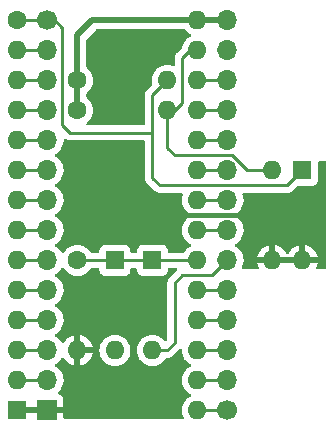
<source format=gbl>
G04 #@! TF.GenerationSoftware,KiCad,Pcbnew,(6.0.0)*
G04 #@! TF.CreationDate,2022-12-17T23:15:49+01:00*
G04 #@! TF.ProjectId,ZXROM-4in1,5a58524f-4d2d-4346-996e-312e6b696361,rev?*
G04 #@! TF.SameCoordinates,Original*
G04 #@! TF.FileFunction,Copper,L2,Bot*
G04 #@! TF.FilePolarity,Positive*
%FSLAX46Y46*%
G04 Gerber Fmt 4.6, Leading zero omitted, Abs format (unit mm)*
G04 Created by KiCad (PCBNEW (6.0.0)) date 2022-12-17 23:15:49*
%MOMM*%
%LPD*%
G01*
G04 APERTURE LIST*
G04 #@! TA.AperFunction,ComponentPad*
%ADD10C,1.700000*%
G04 #@! TD*
G04 #@! TA.AperFunction,ComponentPad*
%ADD11O,1.700000X1.700000*%
G04 #@! TD*
G04 #@! TA.AperFunction,ComponentPad*
%ADD12O,1.600000X1.600000*%
G04 #@! TD*
G04 #@! TA.AperFunction,ComponentPad*
%ADD13R,1.600000X1.600000*%
G04 #@! TD*
G04 #@! TA.AperFunction,ComponentPad*
%ADD14C,1.600000*%
G04 #@! TD*
G04 #@! TA.AperFunction,ComponentPad*
%ADD15R,1.700000X1.700000*%
G04 #@! TD*
G04 #@! TA.AperFunction,ViaPad*
%ADD16C,0.800000*%
G04 #@! TD*
G04 #@! TA.AperFunction,Conductor*
%ADD17C,0.400000*%
G04 #@! TD*
G04 #@! TA.AperFunction,Conductor*
%ADD18C,0.250000*%
G04 #@! TD*
G04 #@! TA.AperFunction,Conductor*
%ADD19C,0.500000*%
G04 #@! TD*
G04 APERTURE END LIST*
D10*
X147320000Y-101600000D03*
D11*
X147320000Y-99060000D03*
X147320000Y-96520000D03*
X147320000Y-93980000D03*
X147320000Y-91440000D03*
X147320000Y-88900000D03*
X147320000Y-86360000D03*
X147320000Y-83820000D03*
X147320000Y-81280000D03*
X147320000Y-78740000D03*
X147320000Y-76200000D03*
X147320000Y-73660000D03*
X147320000Y-71120000D03*
X147320000Y-68580000D03*
D12*
X144780000Y-68580000D03*
X144780000Y-71120000D03*
X144780000Y-73660000D03*
X144780000Y-76200000D03*
X144780000Y-78740000D03*
X144780000Y-81280000D03*
X144780000Y-83820000D03*
X144780000Y-86360000D03*
X144780000Y-88900000D03*
X144780000Y-91440000D03*
X144780000Y-93980000D03*
X144780000Y-96520000D03*
X144780000Y-99060000D03*
X144780000Y-101600000D03*
D13*
X129540000Y-101600000D03*
D12*
X129540000Y-99060000D03*
X129540000Y-96520000D03*
X129540000Y-93980000D03*
X129540000Y-91440000D03*
X129540000Y-88900000D03*
X129540000Y-86360000D03*
X129540000Y-83820000D03*
X129540000Y-81280000D03*
X129540000Y-78740000D03*
X129540000Y-76200000D03*
X129540000Y-73660000D03*
X129540000Y-71120000D03*
D14*
X129540000Y-68580000D03*
X134620000Y-76200000D03*
D12*
X142240000Y-76200000D03*
X142240000Y-73660000D03*
D14*
X134620000Y-73660000D03*
X134620000Y-88900000D03*
D12*
X134620000Y-96520000D03*
X153670000Y-88900000D03*
X151130000Y-88900000D03*
X151130000Y-81280000D03*
D13*
X153670000Y-81280000D03*
D10*
X132080000Y-68580000D03*
D11*
X132080000Y-71120000D03*
X132080000Y-73660000D03*
X132080000Y-76200000D03*
X132080000Y-78740000D03*
X132080000Y-81280000D03*
X132080000Y-83820000D03*
X132080000Y-86360000D03*
X132080000Y-88900000D03*
X132080000Y-91440000D03*
X132080000Y-93980000D03*
X132080000Y-96520000D03*
X132080000Y-99060000D03*
D15*
X132080000Y-101600000D03*
D13*
X140970000Y-88900000D03*
D12*
X140970000Y-96520000D03*
X137795000Y-96520000D03*
D13*
X137795000Y-88900000D03*
D16*
X137795000Y-101600000D03*
X140970000Y-85090000D03*
X134620000Y-85090000D03*
X137795000Y-71120000D03*
X137795000Y-85080000D03*
X152400000Y-85090000D03*
D17*
X134630000Y-85080000D02*
X134620000Y-85090000D01*
X137795000Y-85080000D02*
X134630000Y-85080000D01*
X137795000Y-85080000D02*
X152390000Y-85080000D01*
X152390000Y-85080000D02*
X152400000Y-85090000D01*
D18*
X133985000Y-78105000D02*
X140970000Y-78105000D01*
X133350000Y-77470000D02*
X133985000Y-78105000D01*
X133350000Y-69215000D02*
X133350000Y-77470000D01*
X132715000Y-68580000D02*
X133350000Y-69215000D01*
X140970000Y-78105000D02*
X140970000Y-74930000D01*
X132080000Y-68580000D02*
X132715000Y-68580000D01*
X140970000Y-81915000D02*
X140970000Y-78105000D01*
X140970000Y-74930000D02*
X142240000Y-73660000D01*
X141605000Y-82550000D02*
X140970000Y-81915000D01*
X152400000Y-82550000D02*
X141605000Y-82550000D01*
X153670000Y-81280000D02*
X152400000Y-82550000D01*
X144145000Y-71120000D02*
X144780000Y-71120000D01*
X143510000Y-75565000D02*
X143510000Y-71755000D01*
X143510000Y-71755000D02*
X144145000Y-71120000D01*
X142875000Y-76200000D02*
X143510000Y-75565000D01*
X142240000Y-76200000D02*
X142875000Y-76200000D01*
D19*
X134620000Y-76200000D02*
X134620000Y-73660000D01*
X134620000Y-73660000D02*
X134620000Y-69850000D01*
D18*
X142240000Y-79375000D02*
X142240000Y-76200000D01*
D19*
X135890000Y-68580000D02*
X134620000Y-69850000D01*
X144780000Y-68580000D02*
X135890000Y-68580000D01*
D18*
X142875000Y-95885000D02*
X142875000Y-90805000D01*
X142240000Y-96520000D02*
X142875000Y-95885000D01*
X140970000Y-96520000D02*
X142240000Y-96520000D01*
X137795000Y-88900000D02*
X134620000Y-88900000D01*
X140970000Y-88900000D02*
X137795000Y-88900000D01*
X144780000Y-88900000D02*
X140970000Y-88900000D01*
X146050000Y-90170000D02*
X147320000Y-88900000D01*
X142875000Y-90805000D02*
X143510000Y-90170000D01*
X143510000Y-90170000D02*
X146050000Y-90170000D01*
D19*
X151130000Y-88900000D02*
X153670000Y-88900000D01*
X129540000Y-101600000D02*
X132080000Y-101600000D01*
D18*
X147711010Y-80010000D02*
X142875000Y-80010000D01*
X142875000Y-80010000D02*
X142240000Y-79375000D01*
X148981010Y-81280000D02*
X147711010Y-80010000D01*
X151130000Y-81280000D02*
X148981010Y-81280000D01*
D19*
X147320000Y-68580000D02*
X144780000Y-68580000D01*
D18*
X147320000Y-73660000D02*
X144780000Y-73660000D01*
X147320000Y-76200000D02*
X144780000Y-76200000D01*
X147320000Y-78740000D02*
X144780000Y-78740000D01*
X147320000Y-81280000D02*
X144780000Y-81280000D01*
X147320000Y-83820000D02*
X144780000Y-83820000D01*
X147320000Y-86360000D02*
X144780000Y-86360000D01*
X147320000Y-91440000D02*
X144780000Y-91440000D01*
X147320000Y-93980000D02*
X144780000Y-93980000D01*
X147320000Y-96520000D02*
X144780000Y-96520000D01*
X147320000Y-99060000D02*
X144780000Y-99060000D01*
X147320000Y-101600000D02*
X144780000Y-101600000D01*
X132080000Y-99060000D02*
X129540000Y-99060000D01*
X132080000Y-96520000D02*
X129540000Y-96520000D01*
X132080000Y-93980000D02*
X129540000Y-93980000D01*
X132080000Y-91440000D02*
X129540000Y-91440000D01*
X129540000Y-88900000D02*
X132080000Y-88900000D01*
X132080000Y-86360000D02*
X129540000Y-86360000D01*
X129540000Y-83820000D02*
X132080000Y-83820000D01*
X132080000Y-81280000D02*
X129540000Y-81280000D01*
X132080000Y-78740000D02*
X129540000Y-78740000D01*
X132080000Y-76200000D02*
X129540000Y-76200000D01*
X132080000Y-73660000D02*
X129540000Y-73660000D01*
X132080000Y-71120000D02*
X129540000Y-71120000D01*
X132080000Y-68580000D02*
X129540000Y-68580000D01*
G04 #@! TA.AperFunction,Conductor*
G36*
X133448670Y-89521817D02*
G01*
X133481561Y-89557390D01*
X133482477Y-89556749D01*
X133589078Y-89708990D01*
X133613802Y-89744300D01*
X133775700Y-89906198D01*
X133780208Y-89909355D01*
X133780211Y-89909357D01*
X133820445Y-89937529D01*
X133963251Y-90037523D01*
X133968233Y-90039846D01*
X133968238Y-90039849D01*
X134121068Y-90111114D01*
X134170757Y-90134284D01*
X134176065Y-90135706D01*
X134176067Y-90135707D01*
X134386598Y-90192119D01*
X134386600Y-90192119D01*
X134391913Y-90193543D01*
X134620000Y-90213498D01*
X134848087Y-90193543D01*
X134853400Y-90192119D01*
X134853402Y-90192119D01*
X135063933Y-90135707D01*
X135063935Y-90135706D01*
X135069243Y-90134284D01*
X135118932Y-90111114D01*
X135271762Y-90039849D01*
X135271767Y-90039846D01*
X135276749Y-90037523D01*
X135419555Y-89937529D01*
X135459789Y-89909357D01*
X135459792Y-89909355D01*
X135464300Y-89906198D01*
X135626198Y-89744300D01*
X135629357Y-89739789D01*
X135736181Y-89587229D01*
X135791638Y-89542901D01*
X135839394Y-89533500D01*
X136360500Y-89533500D01*
X136428621Y-89553502D01*
X136475114Y-89607158D01*
X136486500Y-89659500D01*
X136486500Y-89748134D01*
X136493255Y-89810316D01*
X136544385Y-89946705D01*
X136631739Y-90063261D01*
X136748295Y-90150615D01*
X136884684Y-90201745D01*
X136946866Y-90208500D01*
X138643134Y-90208500D01*
X138705316Y-90201745D01*
X138841705Y-90150615D01*
X138958261Y-90063261D01*
X139045615Y-89946705D01*
X139096745Y-89810316D01*
X139103500Y-89748134D01*
X139103500Y-89659500D01*
X139123502Y-89591379D01*
X139177158Y-89544886D01*
X139229500Y-89533500D01*
X139535500Y-89533500D01*
X139603621Y-89553502D01*
X139650114Y-89607158D01*
X139661500Y-89659500D01*
X139661500Y-89748134D01*
X139668255Y-89810316D01*
X139719385Y-89946705D01*
X139806739Y-90063261D01*
X139923295Y-90150615D01*
X140059684Y-90201745D01*
X140121866Y-90208500D01*
X141818134Y-90208500D01*
X141880316Y-90201745D01*
X142016705Y-90150615D01*
X142133261Y-90063261D01*
X142220615Y-89946705D01*
X142271745Y-89810316D01*
X142278500Y-89748134D01*
X142278500Y-89659500D01*
X142298502Y-89591379D01*
X142352158Y-89544886D01*
X142404500Y-89533500D01*
X142946405Y-89533500D01*
X143014526Y-89553502D01*
X143061019Y-89607158D01*
X143071123Y-89677432D01*
X143041629Y-89742012D01*
X143035500Y-89748596D01*
X142482742Y-90301353D01*
X142474463Y-90308887D01*
X142467982Y-90313000D01*
X142461360Y-90320052D01*
X142421357Y-90362651D01*
X142418602Y-90365493D01*
X142398865Y-90385230D01*
X142396385Y-90388427D01*
X142388682Y-90397447D01*
X142358414Y-90429679D01*
X142354595Y-90436625D01*
X142354593Y-90436628D01*
X142348652Y-90447434D01*
X142337801Y-90463953D01*
X142325386Y-90479959D01*
X142322241Y-90487228D01*
X142322238Y-90487232D01*
X142307826Y-90520537D01*
X142302609Y-90531187D01*
X142281305Y-90569940D01*
X142279334Y-90577615D01*
X142279334Y-90577616D01*
X142276267Y-90589562D01*
X142269863Y-90608266D01*
X142261819Y-90626855D01*
X142260580Y-90634678D01*
X142260577Y-90634688D01*
X142254901Y-90670524D01*
X142252495Y-90682144D01*
X142241500Y-90724970D01*
X142241500Y-90745224D01*
X142239949Y-90764934D01*
X142236780Y-90784943D01*
X142237526Y-90792835D01*
X142240941Y-90828961D01*
X142241500Y-90840819D01*
X142241500Y-95570406D01*
X142221498Y-95638527D01*
X142204595Y-95659501D01*
X142169769Y-95694327D01*
X142107457Y-95728353D01*
X142036642Y-95723288D01*
X141984573Y-95683013D01*
X141982892Y-95684424D01*
X141979357Y-95680211D01*
X141976198Y-95675700D01*
X141814300Y-95513802D01*
X141809792Y-95510645D01*
X141809789Y-95510643D01*
X141731611Y-95455902D01*
X141626749Y-95382477D01*
X141621767Y-95380154D01*
X141621762Y-95380151D01*
X141424225Y-95288039D01*
X141424224Y-95288039D01*
X141419243Y-95285716D01*
X141413935Y-95284294D01*
X141413933Y-95284293D01*
X141203402Y-95227881D01*
X141203400Y-95227881D01*
X141198087Y-95226457D01*
X140970000Y-95206502D01*
X140741913Y-95226457D01*
X140736600Y-95227881D01*
X140736598Y-95227881D01*
X140526067Y-95284293D01*
X140526065Y-95284294D01*
X140520757Y-95285716D01*
X140515776Y-95288039D01*
X140515775Y-95288039D01*
X140318238Y-95380151D01*
X140318233Y-95380154D01*
X140313251Y-95382477D01*
X140208389Y-95455902D01*
X140130211Y-95510643D01*
X140130208Y-95510645D01*
X140125700Y-95513802D01*
X139963802Y-95675700D01*
X139960645Y-95680208D01*
X139960643Y-95680211D01*
X139950759Y-95694327D01*
X139832477Y-95863251D01*
X139830154Y-95868233D01*
X139830151Y-95868238D01*
X139738039Y-96065775D01*
X139735716Y-96070757D01*
X139676457Y-96291913D01*
X139656502Y-96520000D01*
X139676457Y-96748087D01*
X139677881Y-96753400D01*
X139677881Y-96753402D01*
X139730934Y-96951395D01*
X139735716Y-96969243D01*
X139738039Y-96974224D01*
X139738039Y-96974225D01*
X139830151Y-97171762D01*
X139830154Y-97171767D01*
X139832477Y-97176749D01*
X139864216Y-97222077D01*
X139939078Y-97328990D01*
X139963802Y-97364300D01*
X140125700Y-97526198D01*
X140130208Y-97529355D01*
X140130211Y-97529357D01*
X140170445Y-97557529D01*
X140313251Y-97657523D01*
X140318233Y-97659846D01*
X140318238Y-97659849D01*
X140471068Y-97731114D01*
X140520757Y-97754284D01*
X140526065Y-97755706D01*
X140526067Y-97755707D01*
X140736598Y-97812119D01*
X140736600Y-97812119D01*
X140741913Y-97813543D01*
X140970000Y-97833498D01*
X141198087Y-97813543D01*
X141203400Y-97812119D01*
X141203402Y-97812119D01*
X141413933Y-97755707D01*
X141413935Y-97755706D01*
X141419243Y-97754284D01*
X141468932Y-97731114D01*
X141621762Y-97659849D01*
X141621767Y-97659846D01*
X141626749Y-97657523D01*
X141769555Y-97557529D01*
X141809789Y-97529357D01*
X141809792Y-97529355D01*
X141814300Y-97526198D01*
X141976198Y-97364300D01*
X141979582Y-97359467D01*
X142084773Y-97209240D01*
X142140230Y-97164912D01*
X142184026Y-97155573D01*
X142244856Y-97153660D01*
X142247986Y-97153562D01*
X142251945Y-97153500D01*
X142279856Y-97153500D01*
X142283791Y-97153003D01*
X142283856Y-97152995D01*
X142295693Y-97152062D01*
X142327951Y-97151048D01*
X142331970Y-97150922D01*
X142339889Y-97150673D01*
X142359343Y-97145021D01*
X142378700Y-97141013D01*
X142390930Y-97139468D01*
X142390931Y-97139468D01*
X142398797Y-97138474D01*
X142406168Y-97135555D01*
X142406170Y-97135555D01*
X142439912Y-97122196D01*
X142451142Y-97118351D01*
X142485983Y-97108229D01*
X142485984Y-97108229D01*
X142493593Y-97106018D01*
X142500412Y-97101985D01*
X142500417Y-97101983D01*
X142511028Y-97095707D01*
X142528776Y-97087012D01*
X142547617Y-97079552D01*
X142583387Y-97053564D01*
X142593307Y-97047048D01*
X142624535Y-97028580D01*
X142624538Y-97028578D01*
X142631362Y-97024542D01*
X142645683Y-97010221D01*
X142660717Y-96997380D01*
X142670694Y-96990131D01*
X142677107Y-96985472D01*
X142705298Y-96951395D01*
X142713288Y-96942616D01*
X143253411Y-96402493D01*
X143315723Y-96368467D01*
X143386538Y-96373532D01*
X143443374Y-96416079D01*
X143468185Y-96482599D01*
X143468026Y-96502570D01*
X143466981Y-96514514D01*
X143466981Y-96514525D01*
X143466502Y-96520000D01*
X143486457Y-96748087D01*
X143487881Y-96753400D01*
X143487881Y-96753402D01*
X143540934Y-96951395D01*
X143545716Y-96969243D01*
X143548039Y-96974224D01*
X143548039Y-96974225D01*
X143640151Y-97171762D01*
X143640154Y-97171767D01*
X143642477Y-97176749D01*
X143674216Y-97222077D01*
X143749078Y-97328990D01*
X143773802Y-97364300D01*
X143935700Y-97526198D01*
X143940208Y-97529355D01*
X143940211Y-97529357D01*
X143980445Y-97557529D01*
X144123251Y-97657523D01*
X144128233Y-97659846D01*
X144128238Y-97659849D01*
X144162457Y-97675805D01*
X144215742Y-97722722D01*
X144235203Y-97790999D01*
X144214661Y-97858959D01*
X144162457Y-97904195D01*
X144128238Y-97920151D01*
X144128233Y-97920154D01*
X144123251Y-97922477D01*
X144018389Y-97995902D01*
X143940211Y-98050643D01*
X143940208Y-98050645D01*
X143935700Y-98053802D01*
X143773802Y-98215700D01*
X143770645Y-98220208D01*
X143770643Y-98220211D01*
X143715902Y-98298389D01*
X143642477Y-98403251D01*
X143640154Y-98408233D01*
X143640151Y-98408238D01*
X143548039Y-98605775D01*
X143545716Y-98610757D01*
X143544294Y-98616065D01*
X143544293Y-98616067D01*
X143487881Y-98826598D01*
X143486457Y-98831913D01*
X143466502Y-99060000D01*
X143486457Y-99288087D01*
X143487881Y-99293400D01*
X143487881Y-99293402D01*
X143501155Y-99342939D01*
X143545716Y-99509243D01*
X143548039Y-99514224D01*
X143548039Y-99514225D01*
X143640151Y-99711762D01*
X143640154Y-99711767D01*
X143642477Y-99716749D01*
X143668326Y-99753665D01*
X143749078Y-99868990D01*
X143773802Y-99904300D01*
X143935700Y-100066198D01*
X143940208Y-100069355D01*
X143940211Y-100069357D01*
X143950835Y-100076796D01*
X144123251Y-100197523D01*
X144128233Y-100199846D01*
X144128238Y-100199849D01*
X144162457Y-100215805D01*
X144215742Y-100262722D01*
X144235203Y-100330999D01*
X144214661Y-100398959D01*
X144162457Y-100444195D01*
X144128238Y-100460151D01*
X144128233Y-100460154D01*
X144123251Y-100462477D01*
X144074874Y-100496351D01*
X143940211Y-100590643D01*
X143940208Y-100590645D01*
X143935700Y-100593802D01*
X143773802Y-100755700D01*
X143642477Y-100943251D01*
X143640154Y-100948233D01*
X143640151Y-100948238D01*
X143548039Y-101145775D01*
X143545716Y-101150757D01*
X143544294Y-101156065D01*
X143544293Y-101156067D01*
X143487881Y-101366598D01*
X143486457Y-101371913D01*
X143466502Y-101600000D01*
X143486457Y-101828087D01*
X143545716Y-102049243D01*
X143548039Y-102054224D01*
X143548039Y-102054225D01*
X143607971Y-102182750D01*
X143618632Y-102252942D01*
X143589652Y-102317755D01*
X143530232Y-102356611D01*
X143493776Y-102362000D01*
X133564000Y-102362000D01*
X133495879Y-102341998D01*
X133449386Y-102288342D01*
X133438000Y-102236000D01*
X133438000Y-101872115D01*
X133433525Y-101856876D01*
X133432135Y-101855671D01*
X133424452Y-101854000D01*
X129412000Y-101854000D01*
X129343879Y-101833998D01*
X129297386Y-101780342D01*
X129286000Y-101728000D01*
X129286000Y-101472000D01*
X129306002Y-101403879D01*
X129359658Y-101357386D01*
X129412000Y-101346000D01*
X133419884Y-101346000D01*
X133435123Y-101341525D01*
X133436328Y-101340135D01*
X133437999Y-101332452D01*
X133437999Y-100705331D01*
X133437629Y-100698510D01*
X133432105Y-100647648D01*
X133428479Y-100632396D01*
X133383324Y-100511946D01*
X133374786Y-100496351D01*
X133298285Y-100394276D01*
X133285724Y-100381715D01*
X133183649Y-100305214D01*
X133168054Y-100296676D01*
X133057813Y-100255348D01*
X133001049Y-100212706D01*
X132976349Y-100146145D01*
X132991557Y-100076796D01*
X133013104Y-100048115D01*
X133114430Y-99947144D01*
X133114440Y-99947132D01*
X133118096Y-99943489D01*
X133149498Y-99899789D01*
X133245435Y-99766277D01*
X133248453Y-99762077D01*
X133252611Y-99753665D01*
X133345136Y-99566453D01*
X133345137Y-99566451D01*
X133347430Y-99561811D01*
X133412370Y-99348069D01*
X133441529Y-99126590D01*
X133443156Y-99060000D01*
X133424852Y-98837361D01*
X133370431Y-98620702D01*
X133281354Y-98415840D01*
X133160014Y-98228277D01*
X133009670Y-98063051D01*
X133005619Y-98059852D01*
X133005615Y-98059848D01*
X132838414Y-97927800D01*
X132838410Y-97927798D01*
X132834359Y-97924598D01*
X132793053Y-97901796D01*
X132743084Y-97851364D01*
X132728312Y-97781921D01*
X132753428Y-97715516D01*
X132780780Y-97688909D01*
X132842000Y-97645241D01*
X132959860Y-97561173D01*
X132991788Y-97529357D01*
X133114435Y-97407137D01*
X133118096Y-97403489D01*
X133149498Y-97359789D01*
X133245435Y-97226277D01*
X133248453Y-97222077D01*
X133264647Y-97189311D01*
X133312758Y-97137106D01*
X133381459Y-97119198D01*
X133448936Y-97141276D01*
X133482059Y-97177095D01*
X133482912Y-97176498D01*
X133611028Y-97359467D01*
X133618084Y-97367875D01*
X133772125Y-97521916D01*
X133780533Y-97528972D01*
X133958993Y-97653931D01*
X133968489Y-97659414D01*
X134165947Y-97751490D01*
X134176239Y-97755236D01*
X134348503Y-97801394D01*
X134362599Y-97801058D01*
X134366000Y-97793116D01*
X134366000Y-97787967D01*
X134874000Y-97787967D01*
X134877973Y-97801498D01*
X134886522Y-97802727D01*
X135063761Y-97755236D01*
X135074053Y-97751490D01*
X135271511Y-97659414D01*
X135281007Y-97653931D01*
X135459467Y-97528972D01*
X135467875Y-97521916D01*
X135621916Y-97367875D01*
X135628972Y-97359467D01*
X135753931Y-97181007D01*
X135759414Y-97171511D01*
X135851490Y-96974053D01*
X135855236Y-96963761D01*
X135901394Y-96791497D01*
X135901058Y-96777401D01*
X135893116Y-96774000D01*
X134892115Y-96774000D01*
X134876876Y-96778475D01*
X134875671Y-96779865D01*
X134874000Y-96787548D01*
X134874000Y-97787967D01*
X134366000Y-97787967D01*
X134366000Y-96520000D01*
X136481502Y-96520000D01*
X136501457Y-96748087D01*
X136502881Y-96753400D01*
X136502881Y-96753402D01*
X136555934Y-96951395D01*
X136560716Y-96969243D01*
X136563039Y-96974224D01*
X136563039Y-96974225D01*
X136655151Y-97171762D01*
X136655154Y-97171767D01*
X136657477Y-97176749D01*
X136689216Y-97222077D01*
X136764078Y-97328990D01*
X136788802Y-97364300D01*
X136950700Y-97526198D01*
X136955208Y-97529355D01*
X136955211Y-97529357D01*
X136995445Y-97557529D01*
X137138251Y-97657523D01*
X137143233Y-97659846D01*
X137143238Y-97659849D01*
X137296068Y-97731114D01*
X137345757Y-97754284D01*
X137351065Y-97755706D01*
X137351067Y-97755707D01*
X137561598Y-97812119D01*
X137561600Y-97812119D01*
X137566913Y-97813543D01*
X137795000Y-97833498D01*
X138023087Y-97813543D01*
X138028400Y-97812119D01*
X138028402Y-97812119D01*
X138238933Y-97755707D01*
X138238935Y-97755706D01*
X138244243Y-97754284D01*
X138293932Y-97731114D01*
X138446762Y-97659849D01*
X138446767Y-97659846D01*
X138451749Y-97657523D01*
X138594555Y-97557529D01*
X138634789Y-97529357D01*
X138634792Y-97529355D01*
X138639300Y-97526198D01*
X138801198Y-97364300D01*
X138825923Y-97328990D01*
X138900784Y-97222077D01*
X138932523Y-97176749D01*
X138934846Y-97171767D01*
X138934849Y-97171762D01*
X139026961Y-96974225D01*
X139026961Y-96974224D01*
X139029284Y-96969243D01*
X139034067Y-96951395D01*
X139087119Y-96753402D01*
X139087119Y-96753400D01*
X139088543Y-96748087D01*
X139108498Y-96520000D01*
X139088543Y-96291913D01*
X139029284Y-96070757D01*
X139026961Y-96065775D01*
X138934849Y-95868238D01*
X138934846Y-95868233D01*
X138932523Y-95863251D01*
X138814241Y-95694327D01*
X138804357Y-95680211D01*
X138804355Y-95680208D01*
X138801198Y-95675700D01*
X138639300Y-95513802D01*
X138634792Y-95510645D01*
X138634789Y-95510643D01*
X138556611Y-95455902D01*
X138451749Y-95382477D01*
X138446767Y-95380154D01*
X138446762Y-95380151D01*
X138249225Y-95288039D01*
X138249224Y-95288039D01*
X138244243Y-95285716D01*
X138238935Y-95284294D01*
X138238933Y-95284293D01*
X138028402Y-95227881D01*
X138028400Y-95227881D01*
X138023087Y-95226457D01*
X137795000Y-95206502D01*
X137566913Y-95226457D01*
X137561600Y-95227881D01*
X137561598Y-95227881D01*
X137351067Y-95284293D01*
X137351065Y-95284294D01*
X137345757Y-95285716D01*
X137340776Y-95288039D01*
X137340775Y-95288039D01*
X137143238Y-95380151D01*
X137143233Y-95380154D01*
X137138251Y-95382477D01*
X137033389Y-95455902D01*
X136955211Y-95510643D01*
X136955208Y-95510645D01*
X136950700Y-95513802D01*
X136788802Y-95675700D01*
X136785645Y-95680208D01*
X136785643Y-95680211D01*
X136775759Y-95694327D01*
X136657477Y-95863251D01*
X136655154Y-95868233D01*
X136655151Y-95868238D01*
X136563039Y-96065775D01*
X136560716Y-96070757D01*
X136501457Y-96291913D01*
X136481502Y-96520000D01*
X134366000Y-96520000D01*
X134366000Y-96247885D01*
X134874000Y-96247885D01*
X134878475Y-96263124D01*
X134879865Y-96264329D01*
X134887548Y-96266000D01*
X135887967Y-96266000D01*
X135901498Y-96262027D01*
X135902727Y-96253478D01*
X135855236Y-96076239D01*
X135851490Y-96065947D01*
X135759414Y-95868489D01*
X135753931Y-95858993D01*
X135628972Y-95680533D01*
X135621916Y-95672125D01*
X135467875Y-95518084D01*
X135459467Y-95511028D01*
X135281007Y-95386069D01*
X135271511Y-95380586D01*
X135074053Y-95288510D01*
X135063761Y-95284764D01*
X134891497Y-95238606D01*
X134877401Y-95238942D01*
X134874000Y-95246884D01*
X134874000Y-96247885D01*
X134366000Y-96247885D01*
X134366000Y-95252033D01*
X134362027Y-95238502D01*
X134353478Y-95237273D01*
X134176239Y-95284764D01*
X134165947Y-95288510D01*
X133968489Y-95380586D01*
X133958993Y-95386069D01*
X133780533Y-95511028D01*
X133772125Y-95518084D01*
X133618084Y-95672125D01*
X133611028Y-95680533D01*
X133482912Y-95863502D01*
X133481381Y-95862430D01*
X133436010Y-95905688D01*
X133366296Y-95919121D01*
X133300386Y-95892731D01*
X133272486Y-95862132D01*
X133162822Y-95692617D01*
X133162820Y-95692614D01*
X133160014Y-95688277D01*
X133009670Y-95523051D01*
X133005619Y-95519852D01*
X133005615Y-95519848D01*
X132838414Y-95387800D01*
X132838410Y-95387798D01*
X132834359Y-95384598D01*
X132793053Y-95361796D01*
X132743084Y-95311364D01*
X132728312Y-95241921D01*
X132753428Y-95175516D01*
X132780780Y-95148909D01*
X132842000Y-95105241D01*
X132959860Y-95021173D01*
X132991788Y-94989357D01*
X133114435Y-94867137D01*
X133118096Y-94863489D01*
X133149498Y-94819789D01*
X133245435Y-94686277D01*
X133248453Y-94682077D01*
X133252611Y-94673665D01*
X133345136Y-94486453D01*
X133345137Y-94486451D01*
X133347430Y-94481811D01*
X133412370Y-94268069D01*
X133441529Y-94046590D01*
X133443156Y-93980000D01*
X133424852Y-93757361D01*
X133370431Y-93540702D01*
X133281354Y-93335840D01*
X133218626Y-93238877D01*
X133162822Y-93152617D01*
X133162820Y-93152614D01*
X133160014Y-93148277D01*
X133009670Y-92983051D01*
X133005619Y-92979852D01*
X133005615Y-92979848D01*
X132838414Y-92847800D01*
X132838410Y-92847798D01*
X132834359Y-92844598D01*
X132793053Y-92821796D01*
X132743084Y-92771364D01*
X132728312Y-92701921D01*
X132753428Y-92635516D01*
X132780780Y-92608909D01*
X132842000Y-92565241D01*
X132959860Y-92481173D01*
X132991788Y-92449357D01*
X133114435Y-92327137D01*
X133118096Y-92323489D01*
X133149498Y-92279789D01*
X133245435Y-92146277D01*
X133248453Y-92142077D01*
X133252611Y-92133665D01*
X133345136Y-91946453D01*
X133345137Y-91946451D01*
X133347430Y-91941811D01*
X133412370Y-91728069D01*
X133441529Y-91506590D01*
X133443156Y-91440000D01*
X133424852Y-91217361D01*
X133370431Y-91000702D01*
X133281354Y-90795840D01*
X133204078Y-90676389D01*
X133162822Y-90612617D01*
X133162820Y-90612614D01*
X133160014Y-90608277D01*
X133009670Y-90443051D01*
X133005619Y-90439852D01*
X133005615Y-90439848D01*
X132838414Y-90307800D01*
X132838410Y-90307798D01*
X132834359Y-90304598D01*
X132793053Y-90281796D01*
X132743084Y-90231364D01*
X132728312Y-90161921D01*
X132753428Y-90095516D01*
X132780780Y-90068909D01*
X132849421Y-90019948D01*
X132959860Y-89941173D01*
X132991788Y-89909357D01*
X133091175Y-89810316D01*
X133118096Y-89783489D01*
X133149498Y-89739789D01*
X133245435Y-89606277D01*
X133248453Y-89602077D01*
X133252611Y-89593665D01*
X133264379Y-89569853D01*
X133312492Y-89517646D01*
X133381194Y-89499739D01*
X133448670Y-89521817D01*
G37*
G04 #@! TD.AperFunction*
G04 #@! TA.AperFunction,Conductor*
G36*
X155644121Y-80538002D02*
G01*
X155690614Y-80591658D01*
X155702000Y-80644000D01*
X155702000Y-89536000D01*
X155681998Y-89604121D01*
X155628342Y-89650614D01*
X155576000Y-89662000D01*
X154955672Y-89662000D01*
X154887551Y-89641998D01*
X154841058Y-89588342D01*
X154830954Y-89518068D01*
X154841477Y-89482750D01*
X154901490Y-89354053D01*
X154905236Y-89343761D01*
X154951394Y-89171497D01*
X154951058Y-89157401D01*
X154943116Y-89154000D01*
X149862033Y-89154000D01*
X149848502Y-89157973D01*
X149847273Y-89166522D01*
X149894764Y-89343761D01*
X149898510Y-89354053D01*
X149958523Y-89482750D01*
X149969184Y-89552941D01*
X149940204Y-89617754D01*
X149880785Y-89656611D01*
X149844328Y-89662000D01*
X148661658Y-89662000D01*
X148593537Y-89641998D01*
X148547044Y-89588342D01*
X148536940Y-89518068D01*
X148548701Y-89480173D01*
X148585136Y-89406452D01*
X148587430Y-89401811D01*
X148652370Y-89188069D01*
X148681529Y-88966590D01*
X148683156Y-88900000D01*
X148664852Y-88677361D01*
X148652580Y-88628503D01*
X149848606Y-88628503D01*
X149848942Y-88642599D01*
X149856884Y-88646000D01*
X150857885Y-88646000D01*
X150873124Y-88641525D01*
X150874329Y-88640135D01*
X150876000Y-88632452D01*
X150876000Y-88627885D01*
X151384000Y-88627885D01*
X151388475Y-88643124D01*
X151389865Y-88644329D01*
X151397548Y-88646000D01*
X153397885Y-88646000D01*
X153413124Y-88641525D01*
X153414329Y-88640135D01*
X153416000Y-88632452D01*
X153416000Y-88627885D01*
X153924000Y-88627885D01*
X153928475Y-88643124D01*
X153929865Y-88644329D01*
X153937548Y-88646000D01*
X154937967Y-88646000D01*
X154951498Y-88642027D01*
X154952727Y-88633478D01*
X154905236Y-88456239D01*
X154901490Y-88445947D01*
X154809414Y-88248489D01*
X154803931Y-88238993D01*
X154678972Y-88060533D01*
X154671916Y-88052125D01*
X154517875Y-87898084D01*
X154509467Y-87891028D01*
X154331007Y-87766069D01*
X154321511Y-87760586D01*
X154124053Y-87668510D01*
X154113761Y-87664764D01*
X153941497Y-87618606D01*
X153927401Y-87618942D01*
X153924000Y-87626884D01*
X153924000Y-88627885D01*
X153416000Y-88627885D01*
X153416000Y-87632033D01*
X153412027Y-87618502D01*
X153403478Y-87617273D01*
X153226239Y-87664764D01*
X153215947Y-87668510D01*
X153018489Y-87760586D01*
X153008993Y-87766069D01*
X152830533Y-87891028D01*
X152822125Y-87898084D01*
X152668084Y-88052125D01*
X152661028Y-88060533D01*
X152536069Y-88238993D01*
X152530586Y-88248489D01*
X152514195Y-88283641D01*
X152467278Y-88336926D01*
X152399001Y-88356387D01*
X152331041Y-88335845D01*
X152285805Y-88283641D01*
X152269414Y-88248489D01*
X152263931Y-88238993D01*
X152138972Y-88060533D01*
X152131916Y-88052125D01*
X151977875Y-87898084D01*
X151969467Y-87891028D01*
X151791007Y-87766069D01*
X151781511Y-87760586D01*
X151584053Y-87668510D01*
X151573761Y-87664764D01*
X151401497Y-87618606D01*
X151387401Y-87618942D01*
X151384000Y-87626884D01*
X151384000Y-88627885D01*
X150876000Y-88627885D01*
X150876000Y-87632033D01*
X150872027Y-87618502D01*
X150863478Y-87617273D01*
X150686239Y-87664764D01*
X150675947Y-87668510D01*
X150478489Y-87760586D01*
X150468993Y-87766069D01*
X150290533Y-87891028D01*
X150282125Y-87898084D01*
X150128084Y-88052125D01*
X150121028Y-88060533D01*
X149996069Y-88238993D01*
X149990586Y-88248489D01*
X149898510Y-88445947D01*
X149894764Y-88456239D01*
X149848606Y-88628503D01*
X148652580Y-88628503D01*
X148610431Y-88460702D01*
X148521354Y-88255840D01*
X148400014Y-88068277D01*
X148249670Y-87903051D01*
X148245619Y-87899852D01*
X148245615Y-87899848D01*
X148078414Y-87767800D01*
X148078410Y-87767798D01*
X148074359Y-87764598D01*
X148033053Y-87741796D01*
X147983084Y-87691364D01*
X147968312Y-87621921D01*
X147993428Y-87555516D01*
X148020780Y-87528909D01*
X148069207Y-87494366D01*
X148199860Y-87401173D01*
X148231788Y-87369357D01*
X148354435Y-87247137D01*
X148358096Y-87243489D01*
X148389498Y-87199789D01*
X148485435Y-87066277D01*
X148488453Y-87062077D01*
X148492611Y-87053665D01*
X148585136Y-86866453D01*
X148585137Y-86866451D01*
X148587430Y-86861811D01*
X148652370Y-86648069D01*
X148681529Y-86426590D01*
X148683156Y-86360000D01*
X148664852Y-86137361D01*
X148610431Y-85920702D01*
X148521354Y-85715840D01*
X148400014Y-85528277D01*
X148249670Y-85363051D01*
X148245619Y-85359852D01*
X148245615Y-85359848D01*
X148078414Y-85227800D01*
X148078410Y-85227798D01*
X148074359Y-85224598D01*
X148033053Y-85201796D01*
X147983084Y-85151364D01*
X147968312Y-85081921D01*
X147993428Y-85015516D01*
X148020780Y-84988909D01*
X148069207Y-84954366D01*
X148199860Y-84861173D01*
X148231788Y-84829357D01*
X148354435Y-84707137D01*
X148358096Y-84703489D01*
X148389498Y-84659789D01*
X148485435Y-84526277D01*
X148488453Y-84522077D01*
X148492611Y-84513665D01*
X148585136Y-84326453D01*
X148585137Y-84326451D01*
X148587430Y-84321811D01*
X148652370Y-84108069D01*
X148681529Y-83886590D01*
X148683156Y-83820000D01*
X148664852Y-83597361D01*
X148621390Y-83424330D01*
X148611690Y-83385714D01*
X148611690Y-83385713D01*
X148610431Y-83380702D01*
X148601318Y-83359743D01*
X148592497Y-83289297D01*
X148623163Y-83225265D01*
X148683579Y-83187977D01*
X148716867Y-83183500D01*
X152321233Y-83183500D01*
X152332416Y-83184027D01*
X152339909Y-83185702D01*
X152347835Y-83185453D01*
X152347836Y-83185453D01*
X152407986Y-83183562D01*
X152411945Y-83183500D01*
X152439856Y-83183500D01*
X152443791Y-83183003D01*
X152443856Y-83182995D01*
X152455693Y-83182062D01*
X152487951Y-83181048D01*
X152491970Y-83180922D01*
X152499889Y-83180673D01*
X152519343Y-83175021D01*
X152538700Y-83171013D01*
X152550930Y-83169468D01*
X152550931Y-83169468D01*
X152558797Y-83168474D01*
X152566168Y-83165555D01*
X152566170Y-83165555D01*
X152599912Y-83152196D01*
X152611142Y-83148351D01*
X152645983Y-83138229D01*
X152645984Y-83138229D01*
X152653593Y-83136018D01*
X152660412Y-83131985D01*
X152660417Y-83131983D01*
X152671028Y-83125707D01*
X152688776Y-83117012D01*
X152707617Y-83109552D01*
X152743387Y-83083564D01*
X152753307Y-83077048D01*
X152784535Y-83058580D01*
X152784538Y-83058578D01*
X152791362Y-83054542D01*
X152805683Y-83040221D01*
X152820717Y-83027380D01*
X152822431Y-83026135D01*
X152837107Y-83015472D01*
X152865298Y-82981395D01*
X152873288Y-82972616D01*
X153220499Y-82625405D01*
X153282811Y-82591379D01*
X153309594Y-82588500D01*
X154518134Y-82588500D01*
X154580316Y-82581745D01*
X154716705Y-82530615D01*
X154833261Y-82443261D01*
X154920615Y-82326705D01*
X154971745Y-82190316D01*
X154978500Y-82128134D01*
X154978500Y-80644000D01*
X154998502Y-80575879D01*
X155052158Y-80529386D01*
X155104500Y-80518000D01*
X155576000Y-80518000D01*
X155644121Y-80538002D01*
G37*
G04 #@! TD.AperFunction*
G04 #@! TA.AperFunction,Conductor*
G36*
X133646330Y-78644042D02*
G01*
X133653695Y-78649755D01*
X133653699Y-78649758D01*
X133659960Y-78654614D01*
X133700540Y-78672174D01*
X133711188Y-78677391D01*
X133749940Y-78698695D01*
X133757616Y-78700666D01*
X133757619Y-78700667D01*
X133769562Y-78703733D01*
X133788267Y-78710137D01*
X133806855Y-78718181D01*
X133814678Y-78719420D01*
X133814688Y-78719423D01*
X133850524Y-78725099D01*
X133862144Y-78727505D01*
X133897289Y-78736528D01*
X133904970Y-78738500D01*
X133925224Y-78738500D01*
X133944934Y-78740051D01*
X133964943Y-78743220D01*
X133972835Y-78742474D01*
X134008961Y-78739059D01*
X134020819Y-78738500D01*
X140210500Y-78738500D01*
X140278621Y-78758502D01*
X140325114Y-78812158D01*
X140336500Y-78864500D01*
X140336500Y-81836233D01*
X140335973Y-81847416D01*
X140334298Y-81854909D01*
X140334547Y-81862835D01*
X140334547Y-81862836D01*
X140336438Y-81922986D01*
X140336500Y-81926945D01*
X140336500Y-81954856D01*
X140336997Y-81958790D01*
X140336997Y-81958791D01*
X140337005Y-81958856D01*
X140337938Y-81970693D01*
X140339327Y-82014889D01*
X140344978Y-82034339D01*
X140348987Y-82053700D01*
X140351526Y-82073797D01*
X140354445Y-82081168D01*
X140354445Y-82081170D01*
X140367804Y-82114912D01*
X140371649Y-82126142D01*
X140383982Y-82168593D01*
X140388015Y-82175412D01*
X140388017Y-82175417D01*
X140394293Y-82186028D01*
X140402988Y-82203776D01*
X140410448Y-82222617D01*
X140415110Y-82229033D01*
X140415110Y-82229034D01*
X140436436Y-82258387D01*
X140442952Y-82268307D01*
X140465458Y-82306362D01*
X140479779Y-82320683D01*
X140492619Y-82335716D01*
X140504528Y-82352107D01*
X140510634Y-82357158D01*
X140538605Y-82380298D01*
X140547384Y-82388288D01*
X141101343Y-82942247D01*
X141108887Y-82950537D01*
X141113000Y-82957018D01*
X141118777Y-82962443D01*
X141162667Y-83003658D01*
X141165509Y-83006413D01*
X141185231Y-83026135D01*
X141188355Y-83028558D01*
X141188359Y-83028562D01*
X141188424Y-83028612D01*
X141197445Y-83036317D01*
X141229679Y-83066586D01*
X141236627Y-83070405D01*
X141236629Y-83070407D01*
X141247432Y-83076346D01*
X141263959Y-83087202D01*
X141273698Y-83094757D01*
X141273700Y-83094758D01*
X141279960Y-83099614D01*
X141320540Y-83117174D01*
X141331188Y-83122391D01*
X141355976Y-83136018D01*
X141369940Y-83143695D01*
X141377616Y-83145666D01*
X141377619Y-83145667D01*
X141389562Y-83148733D01*
X141408267Y-83155137D01*
X141426855Y-83163181D01*
X141434678Y-83164420D01*
X141434688Y-83164423D01*
X141470524Y-83170099D01*
X141482144Y-83172505D01*
X141513959Y-83180673D01*
X141524970Y-83183500D01*
X141545224Y-83183500D01*
X141564934Y-83185051D01*
X141584943Y-83188220D01*
X141592835Y-83187474D01*
X141611580Y-83185702D01*
X141628962Y-83184059D01*
X141640819Y-83183500D01*
X143435255Y-83183500D01*
X143503376Y-83203502D01*
X143549869Y-83257158D01*
X143559973Y-83327432D01*
X143549448Y-83362753D01*
X143545716Y-83370757D01*
X143544294Y-83376065D01*
X143544293Y-83376067D01*
X143487881Y-83586598D01*
X143486457Y-83591913D01*
X143466502Y-83820000D01*
X143486457Y-84048087D01*
X143487881Y-84053400D01*
X143487881Y-84053402D01*
X143501155Y-84102939D01*
X143545716Y-84269243D01*
X143548039Y-84274224D01*
X143548039Y-84274225D01*
X143640151Y-84471762D01*
X143640154Y-84471767D01*
X143642477Y-84476749D01*
X143668326Y-84513665D01*
X143749078Y-84628990D01*
X143773802Y-84664300D01*
X143935700Y-84826198D01*
X143940208Y-84829355D01*
X143940211Y-84829357D01*
X143980445Y-84857529D01*
X144123251Y-84957523D01*
X144128233Y-84959846D01*
X144128238Y-84959849D01*
X144162457Y-84975805D01*
X144215742Y-85022722D01*
X144235203Y-85090999D01*
X144214661Y-85158959D01*
X144162457Y-85204195D01*
X144128238Y-85220151D01*
X144128233Y-85220154D01*
X144123251Y-85222477D01*
X144018389Y-85295902D01*
X143940211Y-85350643D01*
X143940208Y-85350645D01*
X143935700Y-85353802D01*
X143773802Y-85515700D01*
X143770645Y-85520208D01*
X143770643Y-85520211D01*
X143715902Y-85598389D01*
X143642477Y-85703251D01*
X143640154Y-85708233D01*
X143640151Y-85708238D01*
X143548039Y-85905775D01*
X143545716Y-85910757D01*
X143544294Y-85916065D01*
X143544293Y-85916067D01*
X143487881Y-86126598D01*
X143486457Y-86131913D01*
X143466502Y-86360000D01*
X143486457Y-86588087D01*
X143487881Y-86593400D01*
X143487881Y-86593402D01*
X143501155Y-86642939D01*
X143545716Y-86809243D01*
X143548039Y-86814224D01*
X143548039Y-86814225D01*
X143640151Y-87011762D01*
X143640154Y-87011767D01*
X143642477Y-87016749D01*
X143668326Y-87053665D01*
X143749078Y-87168990D01*
X143773802Y-87204300D01*
X143935700Y-87366198D01*
X143940208Y-87369355D01*
X143940211Y-87369357D01*
X143980445Y-87397529D01*
X144123251Y-87497523D01*
X144128233Y-87499846D01*
X144128238Y-87499849D01*
X144162457Y-87515805D01*
X144215742Y-87562722D01*
X144235203Y-87630999D01*
X144214661Y-87698959D01*
X144162457Y-87744195D01*
X144128238Y-87760151D01*
X144128233Y-87760154D01*
X144123251Y-87762477D01*
X144018389Y-87835902D01*
X143940211Y-87890643D01*
X143940208Y-87890645D01*
X143935700Y-87893802D01*
X143773802Y-88055700D01*
X143770645Y-88060208D01*
X143770643Y-88060211D01*
X143663819Y-88212771D01*
X143608362Y-88257099D01*
X143560606Y-88266500D01*
X142404500Y-88266500D01*
X142336379Y-88246498D01*
X142289886Y-88192842D01*
X142278500Y-88140500D01*
X142278500Y-88051866D01*
X142271745Y-87989684D01*
X142220615Y-87853295D01*
X142133261Y-87736739D01*
X142016705Y-87649385D01*
X141880316Y-87598255D01*
X141818134Y-87591500D01*
X140121866Y-87591500D01*
X140059684Y-87598255D01*
X139923295Y-87649385D01*
X139806739Y-87736739D01*
X139719385Y-87853295D01*
X139668255Y-87989684D01*
X139661500Y-88051866D01*
X139661500Y-88140500D01*
X139641498Y-88208621D01*
X139587842Y-88255114D01*
X139535500Y-88266500D01*
X139229500Y-88266500D01*
X139161379Y-88246498D01*
X139114886Y-88192842D01*
X139103500Y-88140500D01*
X139103500Y-88051866D01*
X139096745Y-87989684D01*
X139045615Y-87853295D01*
X138958261Y-87736739D01*
X138841705Y-87649385D01*
X138705316Y-87598255D01*
X138643134Y-87591500D01*
X136946866Y-87591500D01*
X136884684Y-87598255D01*
X136748295Y-87649385D01*
X136631739Y-87736739D01*
X136544385Y-87853295D01*
X136493255Y-87989684D01*
X136486500Y-88051866D01*
X136486500Y-88140500D01*
X136466498Y-88208621D01*
X136412842Y-88255114D01*
X136360500Y-88266500D01*
X135839394Y-88266500D01*
X135771273Y-88246498D01*
X135736181Y-88212771D01*
X135629357Y-88060211D01*
X135629355Y-88060208D01*
X135626198Y-88055700D01*
X135464300Y-87893802D01*
X135459792Y-87890645D01*
X135459789Y-87890643D01*
X135381611Y-87835902D01*
X135276749Y-87762477D01*
X135271767Y-87760154D01*
X135271762Y-87760151D01*
X135074225Y-87668039D01*
X135074224Y-87668039D01*
X135069243Y-87665716D01*
X135063935Y-87664294D01*
X135063933Y-87664293D01*
X134853402Y-87607881D01*
X134853400Y-87607881D01*
X134848087Y-87606457D01*
X134620000Y-87586502D01*
X134391913Y-87606457D01*
X134386600Y-87607881D01*
X134386598Y-87607881D01*
X134176067Y-87664293D01*
X134176065Y-87664294D01*
X134170757Y-87665716D01*
X134165776Y-87668039D01*
X134165775Y-87668039D01*
X133968238Y-87760151D01*
X133968233Y-87760154D01*
X133963251Y-87762477D01*
X133858389Y-87835902D01*
X133780211Y-87890643D01*
X133780208Y-87890645D01*
X133775700Y-87893802D01*
X133613802Y-88055700D01*
X133610645Y-88060208D01*
X133610643Y-88060211D01*
X133503819Y-88212771D01*
X133482477Y-88243251D01*
X133480880Y-88242133D01*
X133435734Y-88285199D01*
X133366024Y-88298651D01*
X133300107Y-88272280D01*
X133272180Y-88241659D01*
X133162822Y-88072617D01*
X133162820Y-88072614D01*
X133160014Y-88068277D01*
X133009670Y-87903051D01*
X133005619Y-87899852D01*
X133005615Y-87899848D01*
X132838414Y-87767800D01*
X132838410Y-87767798D01*
X132834359Y-87764598D01*
X132793053Y-87741796D01*
X132743084Y-87691364D01*
X132728312Y-87621921D01*
X132753428Y-87555516D01*
X132780780Y-87528909D01*
X132829207Y-87494366D01*
X132959860Y-87401173D01*
X132991788Y-87369357D01*
X133114435Y-87247137D01*
X133118096Y-87243489D01*
X133149498Y-87199789D01*
X133245435Y-87066277D01*
X133248453Y-87062077D01*
X133252611Y-87053665D01*
X133345136Y-86866453D01*
X133345137Y-86866451D01*
X133347430Y-86861811D01*
X133412370Y-86648069D01*
X133441529Y-86426590D01*
X133443156Y-86360000D01*
X133424852Y-86137361D01*
X133370431Y-85920702D01*
X133281354Y-85715840D01*
X133160014Y-85528277D01*
X133009670Y-85363051D01*
X133005619Y-85359852D01*
X133005615Y-85359848D01*
X132838414Y-85227800D01*
X132838410Y-85227798D01*
X132834359Y-85224598D01*
X132793053Y-85201796D01*
X132743084Y-85151364D01*
X132728312Y-85081921D01*
X132753428Y-85015516D01*
X132780780Y-84988909D01*
X132829207Y-84954366D01*
X132959860Y-84861173D01*
X132991788Y-84829357D01*
X133114435Y-84707137D01*
X133118096Y-84703489D01*
X133149498Y-84659789D01*
X133245435Y-84526277D01*
X133248453Y-84522077D01*
X133252611Y-84513665D01*
X133345136Y-84326453D01*
X133345137Y-84326451D01*
X133347430Y-84321811D01*
X133412370Y-84108069D01*
X133441529Y-83886590D01*
X133443156Y-83820000D01*
X133424852Y-83597361D01*
X133370431Y-83380702D01*
X133281354Y-83175840D01*
X133228899Y-83094757D01*
X133162822Y-82992617D01*
X133162820Y-82992614D01*
X133160014Y-82988277D01*
X133009670Y-82823051D01*
X133005619Y-82819852D01*
X133005615Y-82819848D01*
X132838414Y-82687800D01*
X132838410Y-82687798D01*
X132834359Y-82684598D01*
X132793053Y-82661796D01*
X132743084Y-82611364D01*
X132728312Y-82541921D01*
X132753428Y-82475516D01*
X132780780Y-82448909D01*
X132829207Y-82414366D01*
X132959860Y-82321173D01*
X132991788Y-82289357D01*
X133095478Y-82186028D01*
X133118096Y-82163489D01*
X133144933Y-82126142D01*
X133245435Y-81986277D01*
X133248453Y-81982077D01*
X133252611Y-81973665D01*
X133345136Y-81786453D01*
X133345137Y-81786451D01*
X133347430Y-81781811D01*
X133412370Y-81568069D01*
X133441529Y-81346590D01*
X133443156Y-81280000D01*
X133424852Y-81057361D01*
X133370431Y-80840702D01*
X133281354Y-80635840D01*
X133228899Y-80554757D01*
X133162822Y-80452617D01*
X133162820Y-80452614D01*
X133160014Y-80448277D01*
X133009670Y-80283051D01*
X133005619Y-80279852D01*
X133005615Y-80279848D01*
X132838414Y-80147800D01*
X132838410Y-80147798D01*
X132834359Y-80144598D01*
X132793053Y-80121796D01*
X132743084Y-80071364D01*
X132728312Y-80001921D01*
X132753428Y-79935516D01*
X132780780Y-79908909D01*
X132840999Y-79865955D01*
X132959860Y-79781173D01*
X132972884Y-79768195D01*
X133114435Y-79627137D01*
X133118096Y-79623489D01*
X133131947Y-79604214D01*
X133245435Y-79446277D01*
X133248453Y-79442077D01*
X133252611Y-79433665D01*
X133345136Y-79246453D01*
X133345137Y-79246451D01*
X133347430Y-79241811D01*
X133412370Y-79028069D01*
X133441529Y-78806590D01*
X133443143Y-78740524D01*
X133464802Y-78672913D01*
X133519578Y-78627744D01*
X133590077Y-78619360D01*
X133646330Y-78644042D01*
G37*
G04 #@! TD.AperFunction*
G04 #@! TA.AperFunction,Conductor*
G36*
X143716254Y-69358502D02*
G01*
X143751345Y-69392228D01*
X143773802Y-69424300D01*
X143935700Y-69586198D01*
X143940208Y-69589355D01*
X143940211Y-69589357D01*
X144018000Y-69643825D01*
X144123251Y-69717523D01*
X144128233Y-69719846D01*
X144128238Y-69719849D01*
X144162457Y-69735805D01*
X144215742Y-69782722D01*
X144235203Y-69850999D01*
X144214661Y-69918959D01*
X144162457Y-69964195D01*
X144128238Y-69980151D01*
X144128233Y-69980154D01*
X144123251Y-69982477D01*
X144018389Y-70055902D01*
X143940211Y-70110643D01*
X143940208Y-70110645D01*
X143935700Y-70113802D01*
X143773802Y-70275700D01*
X143642477Y-70463251D01*
X143640154Y-70468233D01*
X143640151Y-70468238D01*
X143555719Y-70649305D01*
X143545716Y-70670757D01*
X143544294Y-70676065D01*
X143544293Y-70676067D01*
X143498590Y-70846633D01*
X143465978Y-70903118D01*
X143117742Y-71251353D01*
X143109463Y-71258887D01*
X143102982Y-71263000D01*
X143056357Y-71312651D01*
X143053602Y-71315493D01*
X143033865Y-71335230D01*
X143031385Y-71338427D01*
X143023682Y-71347447D01*
X142993414Y-71379679D01*
X142989595Y-71386625D01*
X142989593Y-71386628D01*
X142983652Y-71397434D01*
X142972801Y-71413953D01*
X142960386Y-71429959D01*
X142957241Y-71437228D01*
X142957238Y-71437232D01*
X142942826Y-71470537D01*
X142937609Y-71481187D01*
X142916305Y-71519940D01*
X142914334Y-71527615D01*
X142914334Y-71527616D01*
X142911267Y-71539562D01*
X142904863Y-71558266D01*
X142896819Y-71576855D01*
X142895580Y-71584678D01*
X142895577Y-71584688D01*
X142889901Y-71620524D01*
X142887495Y-71632144D01*
X142876500Y-71674970D01*
X142876500Y-71695224D01*
X142874949Y-71714934D01*
X142871780Y-71734943D01*
X142872526Y-71742835D01*
X142875941Y-71778961D01*
X142876500Y-71790819D01*
X142876500Y-72315255D01*
X142856498Y-72383376D01*
X142802842Y-72429869D01*
X142732568Y-72439973D01*
X142697247Y-72429448D01*
X142694230Y-72428041D01*
X142694225Y-72428039D01*
X142689243Y-72425716D01*
X142683935Y-72424294D01*
X142683933Y-72424293D01*
X142473402Y-72367881D01*
X142473400Y-72367881D01*
X142468087Y-72366457D01*
X142240000Y-72346502D01*
X142011913Y-72366457D01*
X142006600Y-72367881D01*
X142006598Y-72367881D01*
X141796067Y-72424293D01*
X141796065Y-72424294D01*
X141790757Y-72425716D01*
X141785776Y-72428039D01*
X141785775Y-72428039D01*
X141588238Y-72520151D01*
X141588233Y-72520154D01*
X141583251Y-72522477D01*
X141506970Y-72575890D01*
X141400211Y-72650643D01*
X141400208Y-72650645D01*
X141395700Y-72653802D01*
X141233802Y-72815700D01*
X141102477Y-73003251D01*
X141100154Y-73008233D01*
X141100151Y-73008238D01*
X141008039Y-73205775D01*
X141005716Y-73210757D01*
X140946457Y-73431913D01*
X140926502Y-73660000D01*
X140946457Y-73888087D01*
X140963460Y-73951541D01*
X140961770Y-74022518D01*
X140930848Y-74073247D01*
X140577747Y-74426348D01*
X140569461Y-74433888D01*
X140562982Y-74438000D01*
X140557557Y-74443777D01*
X140516357Y-74487651D01*
X140513602Y-74490493D01*
X140493865Y-74510230D01*
X140491385Y-74513427D01*
X140483682Y-74522447D01*
X140453414Y-74554679D01*
X140449595Y-74561625D01*
X140449593Y-74561628D01*
X140443652Y-74572434D01*
X140432801Y-74588953D01*
X140420386Y-74604959D01*
X140417241Y-74612228D01*
X140417238Y-74612232D01*
X140402826Y-74645537D01*
X140397609Y-74656187D01*
X140376305Y-74694940D01*
X140374334Y-74702615D01*
X140374334Y-74702616D01*
X140371267Y-74714562D01*
X140364863Y-74733266D01*
X140356819Y-74751855D01*
X140355580Y-74759678D01*
X140355577Y-74759688D01*
X140349901Y-74795524D01*
X140347495Y-74807144D01*
X140344329Y-74819476D01*
X140336500Y-74849970D01*
X140336500Y-74870224D01*
X140334949Y-74889934D01*
X140331780Y-74909943D01*
X140332526Y-74917835D01*
X140335941Y-74953961D01*
X140336500Y-74965819D01*
X140336500Y-77345500D01*
X140316498Y-77413621D01*
X140262842Y-77460114D01*
X140210500Y-77471500D01*
X135485031Y-77471500D01*
X135416910Y-77451498D01*
X135370417Y-77397842D01*
X135360313Y-77327568D01*
X135389807Y-77262988D01*
X135412760Y-77242287D01*
X135459789Y-77209357D01*
X135459792Y-77209355D01*
X135464300Y-77206198D01*
X135626198Y-77044300D01*
X135650923Y-77008990D01*
X135731674Y-76893665D01*
X135757523Y-76856749D01*
X135759846Y-76851767D01*
X135759849Y-76851762D01*
X135851961Y-76654225D01*
X135851961Y-76654224D01*
X135854284Y-76649243D01*
X135913543Y-76428087D01*
X135933498Y-76200000D01*
X135913543Y-75971913D01*
X135854284Y-75750757D01*
X135851961Y-75745775D01*
X135759849Y-75548238D01*
X135759846Y-75548233D01*
X135757523Y-75543251D01*
X135626198Y-75355700D01*
X135464300Y-75193802D01*
X135432229Y-75171345D01*
X135387901Y-75115890D01*
X135378500Y-75068133D01*
X135378500Y-74791867D01*
X135398502Y-74723746D01*
X135432228Y-74688655D01*
X135464300Y-74666198D01*
X135626198Y-74504300D01*
X135650923Y-74468990D01*
X135731674Y-74353665D01*
X135757523Y-74316749D01*
X135759846Y-74311767D01*
X135759849Y-74311762D01*
X135851961Y-74114225D01*
X135851961Y-74114224D01*
X135854284Y-74109243D01*
X135896541Y-73951541D01*
X135912119Y-73893402D01*
X135912120Y-73893398D01*
X135913543Y-73888087D01*
X135933498Y-73660000D01*
X135913543Y-73431913D01*
X135854284Y-73210757D01*
X135851961Y-73205775D01*
X135759849Y-73008238D01*
X135759846Y-73008233D01*
X135757523Y-73003251D01*
X135626198Y-72815700D01*
X135464300Y-72653802D01*
X135432229Y-72631345D01*
X135387901Y-72575890D01*
X135378500Y-72528133D01*
X135378500Y-70216371D01*
X135398502Y-70148250D01*
X135415405Y-70127276D01*
X136167276Y-69375405D01*
X136229588Y-69341379D01*
X136256371Y-69338500D01*
X143648133Y-69338500D01*
X143716254Y-69358502D01*
G37*
G04 #@! TD.AperFunction*
M02*

</source>
